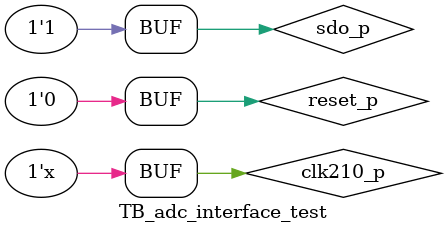
<source format=v>
`timescale 1ns / 1ps


module TB_adc_interface_test(

    );
    
    reg             clk210_p    = 1'b0;
    reg             reset_p     = 1'b0;
    
    wire            sck_p;
    reg             sdo_p       = 1'b1;
    wire            cnv_p;
    wire            adc_data_received_p;
    wire    [15:0]  adc_data_in_p;
    
    
    
    always # 2.3809523 clk210_p <= ~clk210_p;
    
    
    adc_interface adc_inst(
    .clk210_p                   (clk210_p),             // INPUT  -  1 bit  - 210 MHz clock
    .reset_p                    (reset_p),              // INPUT  -  1 bit  - reset signal
    .cnv_p                      (cnv_p),                // OUTPUT -  1 bit  - CNV for ADC
    .sck_p                      (sck_p),                // OUTPUT -  1 bit  - SCK for ADC
    .sdo_p                      (sdo_p),                // INPUT  -  1 bit  - SDO from ADC
    .adc_data_received_p        (adc_data_received_p),  // OUTPUT -  1 bit  - indicates that a word has been deserialized
    .adc_data_in_p              (adc_data_in_p)         // OUTPUT - 16 bits - data received from the ADC
    );
    
    
    
    
    
endmodule

</source>
